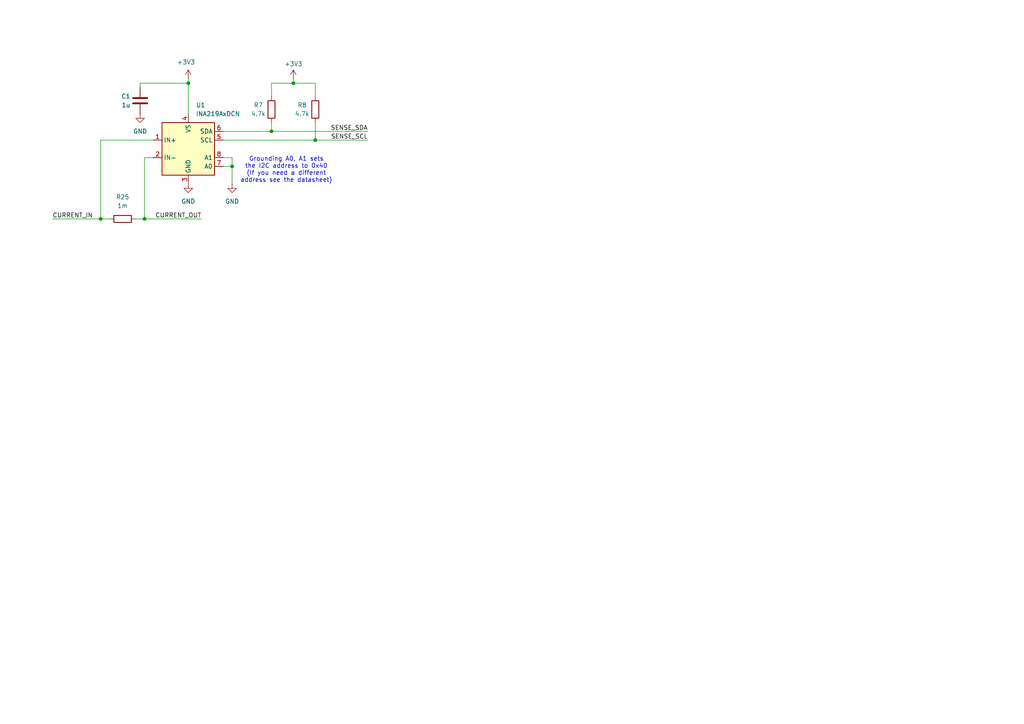
<source format=kicad_sch>
(kicad_sch (version 20250114) (generator "eeschema") (generator_version "9.0")
  (paper "A4")
  (lib_symbols
    (symbol "Device:C" (pin_numbers (hide yes)) (pin_names (offset 0.254))
      (property "Reference" "C" (at 0.635 2.54 0))
      (property "Value" "C" (at 0.635 -2.54 0))
      (symbol "C_0_1"
        (polyline (pts (xy -2.032 0.762) (xy 2.032 0.762)) (stroke (width 0.508)))
        (polyline (pts (xy -2.032 -0.762) (xy 2.032 -0.762)) (stroke (width 0.508)))
      )
      (symbol "C_1_1"
        (pin passive line (at 0 3.81 270) (length 2.794) (name "~") (number "1"))
        (pin passive line (at 0 -3.81 90) (length 2.794) (name "~") (number "2"))
      )
    )
    (symbol "Device:R" (pin_numbers (hide yes)) (pin_names (offset 0))
      (property "Reference" "R" (at 2.032 0 90))
      (property "Value" "R" (at 0 0 90))
      (symbol "R_0_1"
        (rectangle (start -1.016 -2.54) (end 1.016 2.54) (stroke (width 0.254)))
      )
      (symbol "R_1_1"
        (pin passive line (at 0 3.81 270) (length 1.27) (name "~") (number "1"))
        (pin passive line (at 0 -3.81 90) (length 1.27) (name "~") (number "2"))
      )
    )
    (symbol "Sensor_Energy:INA219AxDCN"
      (property "Reference" "U" (at -6.35 8.89 0))
      (property "Value" "INA219AxDCN" (at 6.35 8.89 0))
      (symbol "INA219AxDCN_0_1"
        (rectangle (start -7.62 7.62) (end 7.62 -7.62) (stroke (width 0.254)) (fill (type background)))
      )
      (symbol "INA219AxDCN_1_1"
        (pin input line (at -10.16 2.54 0) (length 2.54) (name "IN+") (number "1"))
        (pin input line (at -10.16 -2.54 0) (length 2.54) (name "IN-") (number "2"))
        (pin power_in line (at 0 10.16 270) (length 2.54) (name "VS") (number "4"))
        (pin power_in line (at 0 -10.16 90) (length 2.54) (name "GND") (number "3"))
        (pin bidirectional line (at 10.16 5.08 180) (length 2.54) (name "SDA") (number "6"))
        (pin input line (at 10.16 2.54 180) (length 2.54) (name "SCL") (number "5"))
        (pin input line (at 10.16 -2.54 180) (length 2.54) (name "A1") (number "8"))
        (pin input line (at 10.16 -5.08 180) (length 2.54) (name "A0") (number "7"))
      )
    )
    (symbol "power:+3V3" (power) (pin_numbers (hide yes)) (pin_names (offset 0) (hide yes))
      (property "Value" "+3V3" (at 0 3.556 0))
      (symbol "+3V3_0_1"
        (polyline (pts (xy -0.762 1.27) (xy 0 2.54)))
        (polyline (pts (xy 0 2.54) (xy 0.762 1.27)))
        (polyline (pts (xy 0 0) (xy 0 2.54)))
      )
      (symbol "+3V3_1_1"
        (pin power_in line (at 0 0 90) (length 0) (name "~") (number "1"))
      )
    )
    (symbol "power:GND" (power) (pin_numbers (hide yes)) (pin_names (offset 0) (hide yes))
      (property "Value" "GND" (at 0 -3.81 0))
      (symbol "GND_0_1"
        (polyline (pts (xy 0 0) (xy 0 -1.27) (xy 1.27 -1.27) (xy 0 -2.54) (xy -1.27 -1.27) (xy 0 -1.27)))
      )
      (symbol "GND_1_1"
        (pin power_in line (at 0 0 270) (length 0) (name "~") (number "1"))
      )
    )
  )
  (text "Grounding A0, A1 sets\nthe I2C address to 0x40\n(If you need a different\naddress see the datasheet)" (at 83.058 49.276 0) (effects (font (size 1.27 1.27))))
  (junction (at 54.61 24.13))
  (junction (at 67.31 48.26))
  (junction (at 85.09 24.13))
  (junction (at 29.21 63.5))
  (junction (at 41.91 63.5))
  (junction (at 91.44 40.64))
  (junction (at 78.74 38.1))
  (wire (pts (xy 91.44 24.13) (xy 91.44 27.94)))
  (wire (pts (xy 85.09 22.86) (xy 85.09 24.13)))
  (wire (pts (xy 40.64 24.13) (xy 40.64 25.4)))
  (wire (pts (xy 91.44 35.56) (xy 91.44 40.64)))
  (wire (pts (xy 29.21 63.5) (xy 31.75 63.5)))
  (wire (pts (xy 41.91 63.5) (xy 58.42 63.5)))
  (wire (pts (xy 54.61 24.13) (xy 40.64 24.13)))
  (wire (pts (xy 64.77 45.72) (xy 67.31 45.72)))
  (wire (pts (xy 64.77 48.26) (xy 67.31 48.26)))
  (wire (pts (xy 78.74 38.1) (xy 106.68 38.1)))
  (wire (pts (xy 67.31 48.26) (xy 67.31 53.34)))
  (wire (pts (xy 85.09 24.13) (xy 78.74 24.13)))
  (wire (pts (xy 78.74 24.13) (xy 78.74 27.94)))
  (wire (pts (xy 91.44 40.64) (xy 106.68 40.64)))
  (wire (pts (xy 29.21 40.64) (xy 29.21 63.5)))
  (wire (pts (xy 54.61 24.13) (xy 54.61 33.02)))
  (wire (pts (xy 41.91 45.72) (xy 44.45 45.72)))
  (wire (pts (xy 29.21 40.64) (xy 44.45 40.64)))
  (wire (pts (xy 54.61 22.86) (xy 54.61 24.13)))
  (wire (pts (xy 78.74 38.1) (xy 64.77 38.1)))
  (wire (pts (xy 39.37 63.5) (xy 41.91 63.5)))
  (wire (pts (xy 41.91 45.72) (xy 41.91 63.5)))
  (wire (pts (xy 15.24 63.5) (xy 29.21 63.5)))
  (wire (pts (xy 85.09 24.13) (xy 91.44 24.13)))
  (wire (pts (xy 67.31 45.72) (xy 67.31 48.26)))
  (wire (pts (xy 91.44 40.64) (xy 64.77 40.64)))
  (wire (pts (xy 78.74 35.56) (xy 78.74 38.1)))
  (label "SENSE_SDA" (at 106.68 38.1 180))
  (label "CURRENT_IN" (at 15.24 63.5 0))
  (label "SENSE_SCL" (at 106.68 40.64 180))
  (label "CURRENT_OUT" (at 58.42 63.5 180))
  (symbol (lib_id "Device:R") (at 35.56 63.5 90) (unit 1)
    (property "Reference" "R25" (at 35.56 57.15 90))
    (property "Value" "1m" (at 35.56 59.69 90))
    (property "Footprint" "Resistor_SMD:R_2512_6332Metric" (effects (hide yes)))
    (property "Description" "Resistor, US symbol" (effects (hide yes)))
    (property "LCSC" "C5375452" (effects (hide yes)))
  )
  (symbol (lib_id "power:GND") (at 40.64 33.02 0) (unit 1)
    (property "Reference" "#PWR01" (effects (hide yes)))
    (property "Value" "GND" (at 40.64 38.1 0))
    (property "Description" "Power symbol creates a global label with name \"GND\" , ground" (effects (hide yes)))
  )
  (symbol (lib_id "power:GND") (at 67.31 53.34 0) (mirror y) (unit 1)
    (property "Reference" "#PWR045" (effects (hide yes)))
    (property "Value" "GND" (at 67.31 58.42 0))
    (property "Description" "Power symbol creates a global label with name \"GND\" , ground" (effects (hide yes)))
  )
  (symbol (lib_id "Device:C") (at 40.64 29.21 0) (mirror y) (unit 1)
    (property "Reference" "C1" (at 37.846 27.9399 0) (effects (justify left)))
    (property "Value" "1u" (at 37.846 30.4799 0) (effects (justify left)))
    (property "Footprint" "Capacitor_SMD:C_0402_1005Metric" (effects (hide yes)))
    (property "Description" "Unpolarized capacitor" (effects (hide yes)))
    (property "LCSC" "C14445" (effects (hide yes)))
  )
  (symbol (lib_id "power:GND") (at 54.61 53.34 0) (mirror y) (unit 1)
    (property "Reference" "#PWR029" (effects (hide yes)))
    (property "Value" "GND" (at 54.61 58.42 0))
    (property "Description" "Power symbol creates a global label with name \"GND\" , ground" (effects (hide yes)))
  )
  (symbol (lib_id "Device:R") (at 78.74 31.75 180) (unit 1)
    (property "Reference" "R7" (at 74.93 30.48 0))
    (property "Value" "4.7k" (at 74.93 33.02 0))
    (property "Footprint" "Resistor_SMD:R_0402_1005Metric" (effects (hide yes)))
    (property "Description" "Resistor, US symbol" (effects (hide yes)))
    (property "LCSC" "C25900" (effects (hide yes)))
  )
  (symbol (lib_id "power:+3V3") (at 54.61 22.86 0) (unit 1)
    (property "Reference" "#PWR026" (effects (hide yes)))
    (property "Value" "+3V3" (at 51.308 18.034 0) (effects (justify left)))
    (property "Description" "Power symbol creates a global label with name \"+3V3\"" (effects (hide yes)))
  )
  (symbol (lib_id "Sensor_Energy:INA219AxDCN") (at 54.61 43.18 0) (unit 1)
    (property "Reference" "U1" (at 56.8041 30.48 0) (effects (justify left)))
    (property "Value" "INA219AxDCN" (at 56.8041 33.02 0) (effects (justify left)))
    (property "Footprint" "Package_TO_SOT_SMD:SOT-23-8" (effects (hide yes)))
    (property "Datasheet" "http://www.ti.com/lit/ds/symlink/ina219.pdf" (effects (hide yes)))
    (property "Description" "Zero-Drift, Bidirectional Current/Power Monitor (0-26V) With I2C Interface, SOT-23-8" (effects (hide yes)))
    (property "LCSC" "C87469" (effects (hide yes)))
  )
  (symbol (lib_id "power:+3V3") (at 85.09 22.86 0) (mirror y) (unit 1)
    (property "Reference" "#PWR024" (effects (hide yes)))
    (property "Value" "+3V3" (at 85.09 18.542 0))
    (property "Description" "Power symbol creates a global label with name \"+3V3\"" (effects (hide yes)))
  )
  (symbol (lib_id "Device:R") (at 91.44 31.75 180) (unit 1)
    (property "Reference" "R8" (at 87.63 30.48 0))
    (property "Value" "4.7k" (at 87.63 33.02 0))
    (property "Footprint" "Resistor_SMD:R_0402_1005Metric" (effects (hide yes)))
    (property "Description" "Resistor, US symbol" (effects (hide yes)))
    (property "LCSC" "C25900" (effects (hide yes)))
  )
)
</source>
